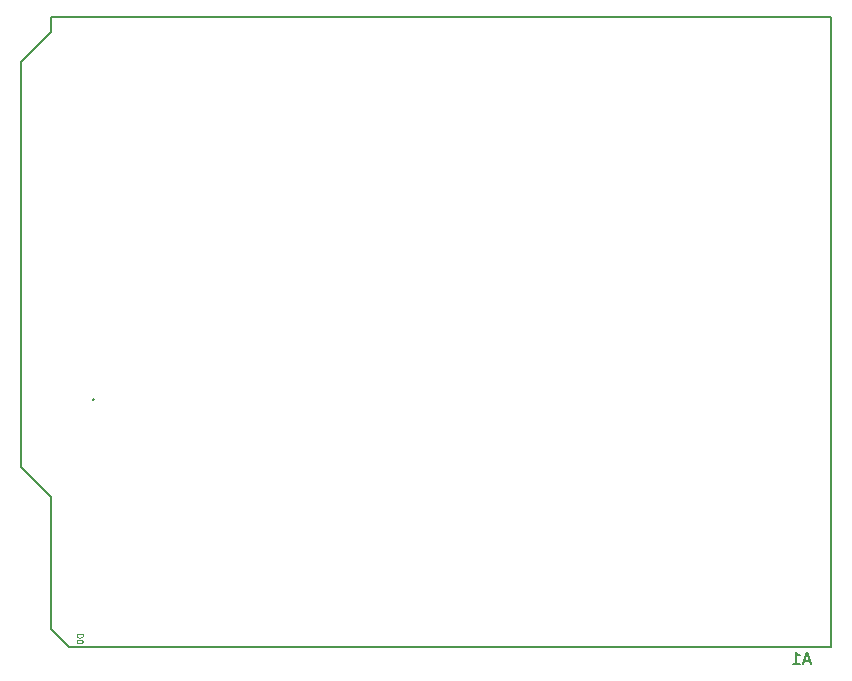
<source format=gbo>
G04 #@! TF.GenerationSoftware,KiCad,Pcbnew,(6.0.6)*
G04 #@! TF.CreationDate,2023-08-29T14:41:19+02:00*
G04 #@! TF.ProjectId,pynq-rpi-ph-adapter,70796e71-2d72-4706-992d-70682d616461,rev?*
G04 #@! TF.SameCoordinates,Original*
G04 #@! TF.FileFunction,Legend,Bot*
G04 #@! TF.FilePolarity,Positive*
%FSLAX46Y46*%
G04 Gerber Fmt 4.6, Leading zero omitted, Abs format (unit mm)*
G04 Created by KiCad (PCBNEW (6.0.6)) date 2023-08-29 14:41:19*
%MOMM*%
%LPD*%
G01*
G04 APERTURE LIST*
%ADD10C,0.150000*%
%ADD11C,0.075000*%
%ADD12R,1.700000X1.700000*%
%ADD13O,1.700000X1.700000*%
%ADD14O,1.727200X1.727200*%
%ADD15R,1.727200X1.727200*%
G04 APERTURE END LIST*
D10*
X135562885Y-73674266D02*
X135086695Y-73674266D01*
X135658123Y-73959980D02*
X135324790Y-72959980D01*
X134991457Y-73959980D01*
X134134314Y-73959980D02*
X134705742Y-73959980D01*
X134420028Y-73959980D02*
X134420028Y-72959980D01*
X134515266Y-73102838D01*
X134610504Y-73198076D01*
X134705742Y-73245695D01*
D11*
X74014671Y-71452552D02*
X73514671Y-71452552D01*
X73514671Y-71571600D01*
X73538481Y-71643028D01*
X73586100Y-71690647D01*
X73633719Y-71714457D01*
X73728957Y-71738266D01*
X73800385Y-71738266D01*
X73895623Y-71714457D01*
X73943242Y-71690647D01*
X73990861Y-71643028D01*
X74014671Y-71571600D01*
X74014671Y-71452552D01*
X73514671Y-72047790D02*
X73514671Y-72095409D01*
X73538481Y-72143028D01*
X73562290Y-72166838D01*
X73609909Y-72190647D01*
X73705147Y-72214457D01*
X73824195Y-72214457D01*
X73919433Y-72190647D01*
X73967052Y-72166838D01*
X73990861Y-72143028D01*
X74014671Y-72095409D01*
X74014671Y-72047790D01*
X73990861Y-72000171D01*
X73967052Y-71976361D01*
X73919433Y-71952552D01*
X73824195Y-71928742D01*
X73705147Y-71928742D01*
X73609909Y-71952552D01*
X73562290Y-71976361D01*
X73538481Y-72000171D01*
X73514671Y-72047790D01*
D10*
X74904600Y-51512742D02*
X74952219Y-51560361D01*
X74904600Y-51607980D01*
X74856980Y-51560361D01*
X74904600Y-51512742D01*
X74904600Y-51607980D01*
X137388600Y-72491600D02*
X72872600Y-72491600D01*
X68808600Y-22961600D02*
X68808600Y-57251600D01*
X71348600Y-59791600D02*
X71348600Y-70967600D01*
X137388600Y-19151600D02*
X71348600Y-19151600D01*
X68808600Y-57251600D02*
X71348600Y-59791600D01*
X71348600Y-19151600D02*
X71348600Y-20421600D01*
X71348600Y-20421600D02*
X68808600Y-22961600D01*
X137388600Y-72491600D02*
X137388600Y-19151600D01*
X72872600Y-72491600D02*
X71348600Y-70967600D01*
%LPC*%
D12*
X92715000Y-112210000D03*
D13*
X92715000Y-114750000D03*
X90175000Y-112210000D03*
X90175000Y-114750000D03*
X87635000Y-112210000D03*
X87635000Y-114750000D03*
X85095000Y-112210000D03*
X85095000Y-114750000D03*
X82555000Y-112210000D03*
X82555000Y-114750000D03*
X80015000Y-112210000D03*
X80015000Y-114750000D03*
X77475000Y-112210000D03*
X77475000Y-114750000D03*
X74935000Y-112210000D03*
X74935000Y-114750000D03*
D12*
X64915000Y-112210000D03*
D13*
X64915000Y-114750000D03*
X62375000Y-112210000D03*
X62375000Y-114750000D03*
X59835000Y-112210000D03*
X59835000Y-114750000D03*
X57295000Y-112210000D03*
X57295000Y-114750000D03*
X54755000Y-112210000D03*
X54755000Y-114750000D03*
X52215000Y-112210000D03*
X52215000Y-114750000D03*
X49675000Y-112210000D03*
X49675000Y-114750000D03*
X47135000Y-112210000D03*
X47135000Y-114750000D03*
D14*
X109448600Y-21691600D03*
X101828600Y-21691600D03*
X99288600Y-21691600D03*
X71221600Y-49631600D03*
X86588600Y-21691600D03*
X84048600Y-21691600D03*
X81508600Y-21691600D03*
X78968600Y-21691600D03*
X76428600Y-21691600D03*
X73888600Y-21691600D03*
X113512600Y-69951600D03*
X73888600Y-69951600D03*
X76428600Y-69951600D03*
X78968600Y-69951600D03*
X81508600Y-69951600D03*
X84048600Y-69951600D03*
X86588600Y-69951600D03*
X89128600Y-69951600D03*
X91668600Y-69951600D03*
X95732600Y-69951600D03*
X98272600Y-69951600D03*
X100812600Y-69951600D03*
X103352600Y-69951600D03*
X105892600Y-69951600D03*
X108432600Y-69951600D03*
D15*
X110972600Y-69951600D03*
X96748600Y-21691600D03*
X94208600Y-21691600D03*
X71221600Y-44551600D03*
D14*
X106908600Y-21691600D03*
X73761600Y-49631600D03*
X71221600Y-47091600D03*
X104368600Y-21691600D03*
X73761600Y-44551600D03*
X73761600Y-47091600D03*
X118592600Y-69951600D03*
X116052600Y-69951600D03*
X91668600Y-21691600D03*
D12*
X37085000Y-112260000D03*
D13*
X37085000Y-114800000D03*
X34545000Y-112260000D03*
X34545000Y-114800000D03*
X32005000Y-112260000D03*
X32005000Y-114800000D03*
X29465000Y-112260000D03*
X29465000Y-114800000D03*
X26925000Y-112260000D03*
X26925000Y-114800000D03*
X24385000Y-112260000D03*
X24385000Y-114800000D03*
X21845000Y-112260000D03*
X21845000Y-114800000D03*
X19305000Y-112260000D03*
X19305000Y-114800000D03*
D12*
X176115000Y-112210000D03*
D13*
X176115000Y-114750000D03*
X173575000Y-112210000D03*
X173575000Y-114750000D03*
X171035000Y-112210000D03*
X171035000Y-114750000D03*
X168495000Y-112210000D03*
X168495000Y-114750000D03*
X165955000Y-112210000D03*
X165955000Y-114750000D03*
X163415000Y-112210000D03*
X163415000Y-114750000D03*
X160875000Y-112210000D03*
X160875000Y-114750000D03*
X158335000Y-112210000D03*
X158335000Y-114750000D03*
D12*
X148315000Y-112210000D03*
D13*
X148315000Y-114750000D03*
X145775000Y-112210000D03*
X145775000Y-114750000D03*
X143235000Y-112210000D03*
X143235000Y-114750000D03*
X140695000Y-112210000D03*
X140695000Y-114750000D03*
X138155000Y-112210000D03*
X138155000Y-114750000D03*
X135615000Y-112210000D03*
X135615000Y-114750000D03*
X133075000Y-112210000D03*
X133075000Y-114750000D03*
X130535000Y-112210000D03*
X130535000Y-114750000D03*
D12*
X120515000Y-112210000D03*
D13*
X120515000Y-114750000D03*
X117975000Y-112210000D03*
X117975000Y-114750000D03*
X115435000Y-112210000D03*
X115435000Y-114750000D03*
X112895000Y-112210000D03*
X112895000Y-114750000D03*
X110355000Y-112210000D03*
X110355000Y-114750000D03*
X107815000Y-112210000D03*
X107815000Y-114750000D03*
X105275000Y-112210000D03*
X105275000Y-114750000D03*
X102735000Y-112210000D03*
X102735000Y-114750000D03*
D12*
X62710000Y-87490000D03*
D13*
X62710000Y-84950000D03*
X65250000Y-87490000D03*
X65250000Y-84950000D03*
X67790000Y-87490000D03*
X67790000Y-84950000D03*
X70330000Y-87490000D03*
X70330000Y-84950000D03*
X72870000Y-87490000D03*
X72870000Y-84950000D03*
X75410000Y-87490000D03*
X75410000Y-84950000D03*
X77950000Y-87490000D03*
X77950000Y-84950000D03*
X80490000Y-87490000D03*
X80490000Y-84950000D03*
X83030000Y-87490000D03*
X83030000Y-84950000D03*
X85570000Y-87490000D03*
X85570000Y-84950000D03*
X88110000Y-87490000D03*
X88110000Y-84950000D03*
X90650000Y-87490000D03*
X90650000Y-84950000D03*
X93190000Y-87490000D03*
X93190000Y-84950000D03*
X95730000Y-87490000D03*
X95730000Y-84950000D03*
X98270000Y-87490000D03*
X98270000Y-84950000D03*
X100810000Y-87490000D03*
X100810000Y-84950000D03*
X103350000Y-87490000D03*
X103350000Y-84950000D03*
X105890000Y-87490000D03*
X105890000Y-84950000D03*
X108430000Y-87490000D03*
X108430000Y-84950000D03*
X110970000Y-87490000D03*
X110970000Y-84950000D03*
M02*

</source>
